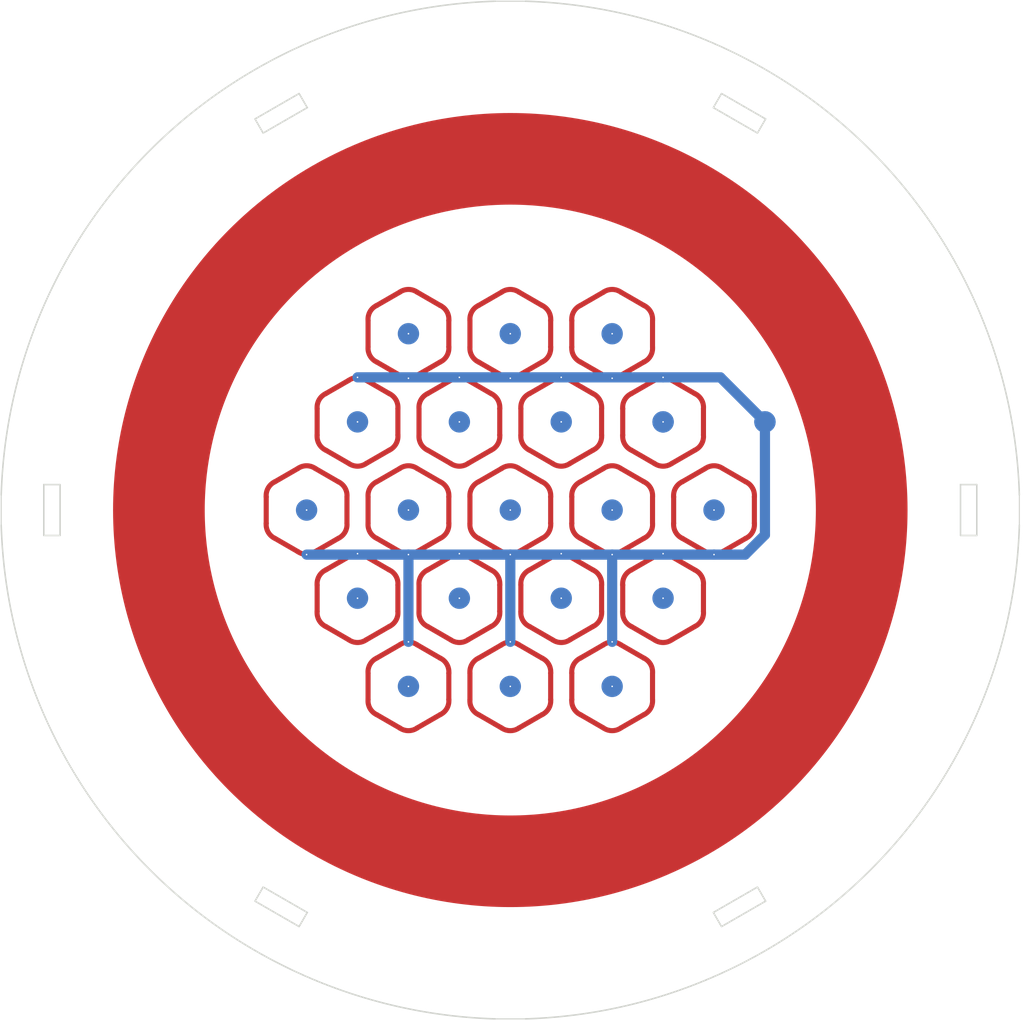
<source format=kicad_pcb>
(kicad_pcb (version 20221018) (generator pcbnew)
  (layers (0 "F.Cu" signal) (31 "B.Cu" signal) (34 "B.Paste" user) (35 "F.Paste" user) (36 "B.SilkS" user "B.Silkscreen") (37 "F.SilkS" user "F.Silkscreen") (38 "B.Mask" user) (39 "F.Mask" user) (44 "Edge.Cuts" user))
  (net 0 "")
  (footprint "1.Hex:Hex.Tile.Solid.G.Dot" (layer "F.Cu") (at 73.6431 73.8023 90)
    (fp_text reference "REF**" hide)
    (fp_text value "Hex.Tile.Solid.G.Dot" hide)
    (fp_line (start -4.086498 -0.84916) (end -2.782286 -3.106746) (stroke (width 0.5)) (layer "F.Cu"))
    (fp_line (start -4.081664 0.856157) (end -2.778643 3.114431) (stroke (width 0.5)) (layer "F.Cu"))
    (fp_line (start -1.307855 -3.963591) (end 1.299378 -3.962903) (stroke (width 0.5)) (layer "F.Cu"))
    (fp_line (start -1.299378 3.962903) (end 1.307855 3.963591) (stroke (width 0.5)) (layer "F.Cu"))
    (fp_line (start 2.782286 3.106746) (end 4.086498 0.84916) (stroke (width 0.5)) (layer "F.Cu"))
    (fp_line (start 4.081664 -0.856157) (end 2.778643 -3.114431) (stroke (width 0.5)) (layer "F.Cu"))
    (fp_arc (start -4.081664 0.856157) (mid -4.349994 0.004252) (end -4.086498 -0.84916) (stroke (width 0.5)) (layer "F.Cu"))
    (fp_arc (start -2.782285 -3.106746) (mid -2.178679 -3.765078) (end -1.307855 -3.963591) (stroke (width 0.5)) (layer "F.Cu"))
    (fp_arc (start -1.299378 3.962902) (mid -2.171314 3.769331) (end -2.778643 3.114431) (stroke (width 0.5)) (layer "F.Cu"))
    (fp_arc (start 1.299378 -3.962902) (mid 2.171314 -3.769331) (end 2.778643 -3.114431) (stroke (width 0.5)) (layer "F.Cu"))
    (fp_arc (start 2.782285 3.106746) (mid 2.178679 3.765078) (end 1.307855 3.963591) (stroke (width 0.5)) (layer "F.Cu"))
    (fp_arc (start 4.081664 -0.856157) (mid 4.349994 -0.004252) (end 4.086498 0.84916) (stroke (width 0.5)) (layer "F.Cu"))
    (fp_circle (center 0 0) (end 1 0) (stroke (width 0.001)) (fill solid) (layer "F.Cu"))
  )
  (footprint "1.Hex:Hex.Tile.Solid.G.Dot" (layer "F.Cu") (at 83.6431 91.1223 90)
    (fp_text reference "REF**" hide)
    (fp_text value "Hex.Tile.Solid.G.Dot" hide)
    (fp_line (start -4.086498 -0.84916) (end -2.782286 -3.106746) (stroke (width 0.5)) (layer "F.Cu"))
    (fp_line (start -4.081664 0.856157) (end -2.778643 3.114431) (stroke (width 0.5)) (layer "F.Cu"))
    (fp_line (start -1.307855 -3.963591) (end 1.299378 -3.962903) (stroke (width 0.5)) (layer "F.Cu"))
    (fp_line (start -1.299378 3.962903) (end 1.307855 3.963591) (stroke (width 0.5)) (layer "F.Cu"))
    (fp_line (start 2.782286 3.106746) (end 4.086498 0.84916) (stroke (width 0.5)) (layer "F.Cu"))
    (fp_line (start 4.081664 -0.856157) (end 2.778643 -3.114431) (stroke (width 0.5)) (layer "F.Cu"))
    (fp_arc (start -4.081664 0.856157) (mid -4.349994 0.004252) (end -4.086498 -0.84916) (stroke (width 0.5)) (layer "F.Cu"))
    (fp_arc (start -2.782285 -3.106746) (mid -2.178679 -3.765078) (end -1.307855 -3.963591) (stroke (width 0.5)) (layer "F.Cu"))
    (fp_arc (start -1.299378 3.962902) (mid -2.171314 3.769331) (end -2.778643 3.114431) (stroke (width 0.5)) (layer "F.Cu"))
    (fp_arc (start 1.299378 -3.962902) (mid 2.171314 -3.769331) (end 2.778643 -3.114431) (stroke (width 0.5)) (layer "F.Cu"))
    (fp_arc (start 2.782285 3.106746) (mid 2.178679 3.765078) (end 1.307855 3.963591) (stroke (width 0.5)) (layer "F.Cu"))
    (fp_arc (start 4.081664 -0.856157) (mid 4.349994 -0.004252) (end 4.086498 0.84916) (stroke (width 0.5)) (layer "F.Cu"))
    (fp_circle (center 0 0) (end 1 0) (stroke (width 0.001)) (fill solid) (layer "F.Cu"))
  )
  (footprint "1.Hex:Hex.Tile.Solid.G.Dot" (layer "F.Cu") (at 83.6431 73.8023 90)
    (fp_text reference "REF**" hide)
    (fp_text value "Hex.Tile.Solid.G.Dot" hide)
    (fp_line (start -4.086498 -0.84916) (end -2.782286 -3.106746) (stroke (width 0.5)) (layer "F.Cu"))
    (fp_line (start -4.081664 0.856157) (end -2.778643 3.114431) (stroke (width 0.5)) (layer "F.Cu"))
    (fp_line (start -1.307855 -3.963591) (end 1.299378 -3.962903) (stroke (width 0.5)) (layer "F.Cu"))
    (fp_line (start -1.299378 3.962903) (end 1.307855 3.963591) (stroke (width 0.5)) (layer "F.Cu"))
    (fp_line (start 2.782286 3.106746) (end 4.086498 0.84916) (stroke (width 0.5)) (layer "F.Cu"))
    (fp_line (start 4.081664 -0.856157) (end 2.778643 -3.114431) (stroke (width 0.5)) (layer "F.Cu"))
    (fp_arc (start -4.081664 0.856157) (mid -4.349994 0.004252) (end -4.086498 -0.84916) (stroke (width 0.5)) (layer "F.Cu"))
    (fp_arc (start -2.782285 -3.106746) (mid -2.178679 -3.765078) (end -1.307855 -3.963591) (stroke (width 0.5)) (layer "F.Cu"))
    (fp_arc (start -1.299378 3.962902) (mid -2.171314 3.769331) (end -2.778643 3.114431) (stroke (width 0.5)) (layer "F.Cu"))
    (fp_arc (start 1.299378 -3.962902) (mid 2.171314 -3.769331) (end 2.778643 -3.114431) (stroke (width 0.5)) (layer "F.Cu"))
    (fp_arc (start 2.782285 3.106746) (mid 2.178679 3.765078) (end 1.307855 3.963591) (stroke (width 0.5)) (layer "F.Cu"))
    (fp_arc (start 4.081664 -0.856157) (mid 4.349994 -0.004252) (end 4.086498 0.84916) (stroke (width 0.5)) (layer "F.Cu"))
    (fp_circle (center 0 0) (end 1 0) (stroke (width 0.001)) (fill solid) (layer "F.Cu"))
  )
  (footprint "1.Hex:Hex.Tile.Solid.G.Dot" (layer "F.Cu") (at 88.6431 82.4623 90)
    (fp_text reference "REF**" hide)
    (fp_text value "Hex.Tile.Solid.G.Dot" hide)
    (fp_line (start -4.086498 -0.84916) (end -2.782286 -3.106746) (stroke (width 0.5)) (layer "F.Cu"))
    (fp_line (start -4.081664 0.856157) (end -2.778643 3.114431) (stroke (width 0.5)) (layer "F.Cu"))
    (fp_line (start -1.307855 -3.963591) (end 1.299378 -3.962903) (stroke (width 0.5)) (layer "F.Cu"))
    (fp_line (start -1.299378 3.962903) (end 1.307855 3.963591) (stroke (width 0.5)) (layer "F.Cu"))
    (fp_line (start 2.782286 3.106746) (end 4.086498 0.84916) (stroke (width 0.5)) (layer "F.Cu"))
    (fp_line (start 4.081664 -0.856157) (end 2.778643 -3.114431) (stroke (width 0.5)) (layer "F.Cu"))
    (fp_arc (start -4.081664 0.856157) (mid -4.349994 0.004252) (end -4.086498 -0.84916) (stroke (width 0.5)) (layer "F.Cu"))
    (fp_arc (start -2.782285 -3.106746) (mid -2.178679 -3.765078) (end -1.307855 -3.963591) (stroke (width 0.5)) (layer "F.Cu"))
    (fp_arc (start -1.299378 3.962902) (mid -2.171314 3.769331) (end -2.778643 3.114431) (stroke (width 0.5)) (layer "F.Cu"))
    (fp_arc (start 1.299378 -3.962902) (mid 2.171314 -3.769331) (end 2.778643 -3.114431) (stroke (width 0.5)) (layer "F.Cu"))
    (fp_arc (start 2.782285 3.106746) (mid 2.178679 3.765078) (end 1.307855 3.963591) (stroke (width 0.5)) (layer "F.Cu"))
    (fp_arc (start 4.081664 -0.856157) (mid 4.349994 -0.004252) (end 4.086498 0.84916) (stroke (width 0.5)) (layer "F.Cu"))
    (fp_circle (center 0 0) (end 1 0) (stroke (width 0.001)) (fill solid) (layer "F.Cu"))
  )
  (footprint "1.Hex:Hex.Tile.Solid.G.Dot" (layer "F.Cu") (at 68.6431 65.1423 90)
    (fp_text reference "REF**" hide)
    (fp_text value "Hex.Tile.Solid.G.Dot" hide)
    (fp_line (start -4.086498 -0.84916) (end -2.782286 -3.106746) (stroke (width 0.5)) (layer "F.Cu"))
    (fp_line (start -4.081664 0.856157) (end -2.778643 3.114431) (stroke (width 0.5)) (layer "F.Cu"))
    (fp_line (start -1.307855 -3.963591) (end 1.299378 -3.962903) (stroke (width 0.5)) (layer "F.Cu"))
    (fp_line (start -1.299378 3.962903) (end 1.307855 3.963591) (stroke (width 0.5)) (layer "F.Cu"))
    (fp_line (start 2.782286 3.106746) (end 4.086498 0.84916) (stroke (width 0.5)) (layer "F.Cu"))
    (fp_line (start 4.081664 -0.856157) (end 2.778643 -3.114431) (stroke (width 0.5)) (layer "F.Cu"))
    (fp_arc (start -4.081664 0.856157) (mid -4.349994 0.004252) (end -4.086498 -0.84916) (stroke (width 0.5)) (layer "F.Cu"))
    (fp_arc (start -2.782285 -3.106746) (mid -2.178679 -3.765078) (end -1.307855 -3.963591) (stroke (width 0.5)) (layer "F.Cu"))
    (fp_arc (start -1.299378 3.962902) (mid -2.171314 3.769331) (end -2.778643 3.114431) (stroke (width 0.5)) (layer "F.Cu"))
    (fp_arc (start 1.299378 -3.962902) (mid 2.171314 -3.769331) (end 2.778643 -3.114431) (stroke (width 0.5)) (layer "F.Cu"))
    (fp_arc (start 2.782285 3.106746) (mid 2.178679 3.765078) (end 1.307855 3.963591) (stroke (width 0.5)) (layer "F.Cu"))
    (fp_arc (start 4.081664 -0.856157) (mid 4.349994 -0.004252) (end 4.086498 0.84916) (stroke (width 0.5)) (layer "F.Cu"))
    (fp_circle (center 0 0) (end 1 0) (stroke (width 0.001)) (fill solid) (layer "F.Cu"))
  )
  (footprint "1.Hex:Hex.Tile.Solid.G.Dot" (layer "F.Cu") (at 58.6431 65.1423 90)
    (fp_text reference "REF**" hide)
    (fp_text value "Hex.Tile.Solid.G.Dot" hide)
    (fp_line (start -4.086498 -0.84916) (end -2.782286 -3.106746) (stroke (width 0.5)) (layer "F.Cu"))
    (fp_line (start -4.081664 0.856157) (end -2.778643 3.114431) (stroke (width 0.5)) (layer "F.Cu"))
    (fp_line (start -1.307855 -3.963591) (end 1.299378 -3.962903) (stroke (width 0.5)) (layer "F.Cu"))
    (fp_line (start -1.299378 3.962903) (end 1.307855 3.963591) (stroke (width 0.5)) (layer "F.Cu"))
    (fp_line (start 2.782286 3.106746) (end 4.086498 0.84916) (stroke (width 0.5)) (layer "F.Cu"))
    (fp_line (start 4.081664 -0.856157) (end 2.778643 -3.114431) (stroke (width 0.5)) (layer "F.Cu"))
    (fp_arc (start -4.081664 0.856157) (mid -4.349994 0.004252) (end -4.086498 -0.84916) (stroke (width 0.5)) (layer "F.Cu"))
    (fp_arc (start -2.782285 -3.106746) (mid -2.178679 -3.765078) (end -1.307855 -3.963591) (stroke (width 0.5)) (layer "F.Cu"))
    (fp_arc (start -1.299378 3.962902) (mid -2.171314 3.769331) (end -2.778643 3.114431) (stroke (width 0.5)) (layer "F.Cu"))
    (fp_arc (start 1.299378 -3.962902) (mid 2.171314 -3.769331) (end 2.778643 -3.114431) (stroke (width 0.5)) (layer "F.Cu"))
    (fp_arc (start 2.782285 3.106746) (mid 2.178679 3.765078) (end 1.307855 3.963591) (stroke (width 0.5)) (layer "F.Cu"))
    (fp_arc (start 4.081664 -0.856157) (mid 4.349994 -0.004252) (end 4.086498 0.84916) (stroke (width 0.5)) (layer "F.Cu"))
    (fp_circle (center 0 0) (end 1 0) (stroke (width 0.001)) (fill solid) (layer "F.Cu"))
  )
  (footprint "1.Hex:Hex.Tile.Solid.G.Dot" (layer "F.Cu") (at 73.6431 56.4823 90)
    (fp_text reference "REF**" hide)
    (fp_text value "Hex.Tile.Solid.G.Dot" hide)
    (fp_line (start -4.086498 -0.84916) (end -2.782286 -3.106746) (stroke (width 0.5)) (layer "F.Cu"))
    (fp_line (start -4.081664 0.856157) (end -2.778643 3.114431) (stroke (width 0.5)) (layer "F.Cu"))
    (fp_line (start -1.307855 -3.963591) (end 1.299378 -3.962903) (stroke (width 0.5)) (layer "F.Cu"))
    (fp_line (start -1.299378 3.962903) (end 1.307855 3.963591) (stroke (width 0.5)) (layer "F.Cu"))
    (fp_line (start 2.782286 3.106746) (end 4.086498 0.84916) (stroke (width 0.5)) (layer "F.Cu"))
    (fp_line (start 4.081664 -0.856157) (end 2.778643 -3.114431) (stroke (width 0.5)) (layer "F.Cu"))
    (fp_arc (start -4.081664 0.856157) (mid -4.349994 0.004252) (end -4.086498 -0.84916) (stroke (width 0.5)) (layer "F.Cu"))
    (fp_arc (start -2.782285 -3.106746) (mid -2.178679 -3.765078) (end -1.307855 -3.963591) (stroke (width 0.5)) (layer "F.Cu"))
    (fp_arc (start -1.299378 3.962902) (mid -2.171314 3.769331) (end -2.778643 3.114431) (stroke (width 0.5)) (layer "F.Cu"))
    (fp_arc (start 1.299378 -3.962902) (mid 2.171314 -3.769331) (end 2.778643 -3.114431) (stroke (width 0.5)) (layer "F.Cu"))
    (fp_arc (start 2.782285 3.106746) (mid 2.178679 3.765078) (end 1.307855 3.963591) (stroke (width 0.5)) (layer "F.Cu"))
    (fp_arc (start 4.081664 -0.856157) (mid 4.349994 -0.004252) (end 4.086498 0.84916) (stroke (width 0.5)) (layer "F.Cu"))
    (fp_circle (center 0 0) (end 1 0) (stroke (width 0.001)) (fill solid) (layer "F.Cu"))
  )
  (footprint "1.Hex:Hex.Tile.Solid.G.Dot" (layer "F.Cu") (at 73.6431 91.1223 90)
    (fp_text reference "REF**" hide)
    (fp_text value "Hex.Tile.Solid.G.Dot" hide)
    (fp_line (start -4.086498 -0.84916) (end -2.782286 -3.106746) (stroke (width 0.5)) (layer "F.Cu"))
    (fp_line (start -4.081664 0.856157) (end -2.778643 3.114431) (stroke (width 0.5)) (layer "F.Cu"))
    (fp_line (start -1.307855 -3.963591) (end 1.299378 -3.962903) (stroke (width 0.5)) (layer "F.Cu"))
    (fp_line (start -1.299378 3.962903) (end 1.307855 3.963591) (stroke (width 0.5)) (layer "F.Cu"))
    (fp_line (start 2.782286 3.106746) (end 4.086498 0.84916) (stroke (width 0.5)) (layer "F.Cu"))
    (fp_line (start 4.081664 -0.856157) (end 2.778643 -3.114431) (stroke (width 0.5)) (layer "F.Cu"))
    (fp_arc (start -4.081664 0.856157) (mid -4.349994 0.004252) (end -4.086498 -0.84916) (stroke (width 0.5)) (layer "F.Cu"))
    (fp_arc (start -2.782285 -3.106746) (mid -2.178679 -3.765078) (end -1.307855 -3.963591) (stroke (width 0.5)) (layer "F.Cu"))
    (fp_arc (start -1.299378 3.962902) (mid -2.171314 3.769331) (end -2.778643 3.114431) (stroke (width 0.5)) (layer "F.Cu"))
    (fp_arc (start 1.299378 -3.962902) (mid 2.171314 -3.769331) (end 2.778643 -3.114431) (stroke (width 0.5)) (layer "F.Cu"))
    (fp_arc (start 2.782285 3.106746) (mid 2.178679 3.765078) (end 1.307855 3.963591) (stroke (width 0.5)) (layer "F.Cu"))
    (fp_arc (start 4.081664 -0.856157) (mid 4.349994 -0.004252) (end 4.086498 0.84916) (stroke (width 0.5)) (layer "F.Cu"))
    (fp_circle (center 0 0) (end 1 0) (stroke (width 0.001)) (fill solid) (layer "F.Cu"))
  )
  (footprint "1.Hex:Hex.Tile.Solid.G.Dot" (layer "F.Cu") (at 58.6431 82.4623 90)
    (fp_text reference "REF**" hide)
    (fp_text value "Hex.Tile.Solid.G.Dot" hide)
    (fp_line (start -4.086498 -0.84916) (end -2.782286 -3.106746) (stroke (width 0.5)) (layer "F.Cu"))
    (fp_line (start -4.081664 0.856157) (end -2.778643 3.114431) (stroke (width 0.5)) (layer "F.Cu"))
    (fp_line (start -1.307855 -3.963591) (end 1.299378 -3.962903) (stroke (width 0.5)) (layer "F.Cu"))
    (fp_line (start -1.299378 3.962903) (end 1.307855 3.963591) (stroke (width 0.5)) (layer "F.Cu"))
    (fp_line (start 2.782286 3.106746) (end 4.086498 0.84916) (stroke (width 0.5)) (layer "F.Cu"))
    (fp_line (start 4.081664 -0.856157) (end 2.778643 -3.114431) (stroke (width 0.5)) (layer "F.Cu"))
    (fp_arc (start -4.081664 0.856157) (mid -4.349994 0.004252) (end -4.086498 -0.84916) (stroke (width 0.5)) (layer "F.Cu"))
    (fp_arc (start -2.782285 -3.106746) (mid -2.178679 -3.765078) (end -1.307855 -3.963591) (stroke (width 0.5)) (layer "F.Cu"))
    (fp_arc (start -1.299378 3.962902) (mid -2.171314 3.769331) (end -2.778643 3.114431) (stroke (width 0.5)) (layer "F.Cu"))
    (fp_arc (start 1.299378 -3.962902) (mid 2.171314 -3.769331) (end 2.778643 -3.114431) (stroke (width 0.5)) (layer "F.Cu"))
    (fp_arc (start 2.782285 3.106746) (mid 2.178679 3.765078) (end 1.307855 3.963591) (stroke (width 0.5)) (layer "F.Cu"))
    (fp_arc (start 4.081664 -0.856157) (mid 4.349994 -0.004252) (end 4.086498 0.84916) (stroke (width 0.5)) (layer "F.Cu"))
    (fp_circle (center 0 0) (end 1 0) (stroke (width 0.001)) (fill solid) (layer "F.Cu"))
  )
  (footprint "1.Hex:Hex.Tile.Solid.G.Dot" (layer "F.Cu") (at 83.6431 56.4823 90)
    (fp_text reference "REF**" hide)
    (fp_text value "Hex.Tile.Solid.G.Dot" hide)
    (fp_line (start -4.086498 -0.84916) (end -2.782286 -3.106746) (stroke (width 0.5)) (layer "F.Cu"))
    (fp_line (start -4.081664 0.856157) (end -2.778643 3.114431) (stroke (width 0.5)) (layer "F.Cu"))
    (fp_line (start -1.307855 -3.963591) (end 1.299378 -3.962903) (stroke (width 0.5)) (layer "F.Cu"))
    (fp_line (start -1.299378 3.962903) (end 1.307855 3.963591) (stroke (width 0.5)) (layer "F.Cu"))
    (fp_line (start 2.782286 3.106746) (end 4.086498 0.84916) (stroke (width 0.5)) (layer "F.Cu"))
    (fp_line (start 4.081664 -0.856157) (end 2.778643 -3.114431) (stroke (width 0.5)) (layer "F.Cu"))
    (fp_arc (start -4.081664 0.856157) (mid -4.349994 0.004252) (end -4.086498 -0.84916) (stroke (width 0.5)) (layer "F.Cu"))
    (fp_arc (start -2.782285 -3.106746) (mid -2.178679 -3.765078) (end -1.307855 -3.963591) (stroke (width 0.5)) (layer "F.Cu"))
    (fp_arc (start -1.299378 3.962902) (mid -2.171314 3.769331) (end -2.778643 3.114431) (stroke (width 0.5)) (layer "F.Cu"))
    (fp_arc (start 1.299378 -3.962902) (mid 2.171314 -3.769331) (end 2.778643 -3.114431) (stroke (width 0.5)) (layer "F.Cu"))
    (fp_arc (start 2.782285 3.106746) (mid 2.178679 3.765078) (end 1.307855 3.963591) (stroke (width 0.5)) (layer "F.Cu"))
    (fp_arc (start 4.081664 -0.856157) (mid 4.349994 -0.004252) (end 4.086498 0.84916) (stroke (width 0.5)) (layer "F.Cu"))
    (fp_circle (center 0 0) (end 1 0) (stroke (width 0.001)) (fill solid) (layer "F.Cu"))
  )
  (footprint "1.Hex:Hex.Tile.Solid.G.Dot" (layer "F.Cu") (at 68.6431 82.4623 90)
    (fp_text reference "REF**" hide)
    (fp_text value "Hex.Tile.Solid.G.Dot" hide)
    (fp_line (start -4.086498 -0.84916) (end -2.782286 -3.106746) (stroke (width 0.5)) (layer "F.Cu"))
    (fp_line (start -4.081664 0.856157) (end -2.778643 3.114431) (stroke (width 0.5)) (layer "F.Cu"))
    (fp_line (start -1.307855 -3.963591) (end 1.299378 -3.962903) (stroke (width 0.5)) (layer "F.Cu"))
    (fp_line (start -1.299378 3.962903) (end 1.307855 3.963591) (stroke (width 0.5)) (layer "F.Cu"))
    (fp_line (start 2.782286 3.106746) (end 4.086498 0.84916) (stroke (width 0.5)) (layer "F.Cu"))
    (fp_line (start 4.081664 -0.856157) (end 2.778643 -3.114431) (stroke (width 0.5)) (layer "F.Cu"))
    (fp_arc (start -4.081664 0.856157) (mid -4.349994 0.004252) (end -4.086498 -0.84916) (stroke (width 0.5)) (layer "F.Cu"))
    (fp_arc (start -2.782285 -3.106746) (mid -2.178679 -3.765078) (end -1.307855 -3.963591) (stroke (width 0.5)) (layer "F.Cu"))
    (fp_arc (start -1.299378 3.962902) (mid -2.171314 3.769331) (end -2.778643 3.114431) (stroke (width 0.5)) (layer "F.Cu"))
    (fp_arc (start 1.299378 -3.962902) (mid 2.171314 -3.769331) (end 2.778643 -3.114431) (stroke (width 0.5)) (layer "F.Cu"))
    (fp_arc (start 2.782285 3.106746) (mid 2.178679 3.765078) (end 1.307855 3.963591) (stroke (width 0.5)) (layer "F.Cu"))
    (fp_arc (start 4.081664 -0.856157) (mid 4.349994 -0.004252) (end 4.086498 0.84916) (stroke (width 0.5)) (layer "F.Cu"))
    (fp_circle (center 0 0) (end 1 0) (stroke (width 0.001)) (fill solid) (layer "F.Cu"))
  )
  (footprint "1.Hex:Hex.Tile.Solid.G.Dot" (layer "F.Cu") (at 63.6431 73.8023 90)
    (fp_text reference "REF**" hide)
    (fp_text value "Hex.Tile.Solid.G.Dot" hide)
    (fp_line (start -4.086498 -0.84916) (end -2.782286 -3.106746) (stroke (width 0.5)) (layer "F.Cu"))
    (fp_line (start -4.081664 0.856157) (end -2.778643 3.114431) (stroke (width 0.5)) (layer "F.Cu"))
    (fp_line (start -1.307855 -3.963591) (end 1.299378 -3.962903) (stroke (width 0.5)) (layer "F.Cu"))
    (fp_line (start -1.299378 3.962903) (end 1.307855 3.963591) (stroke (width 0.5)) (layer "F.Cu"))
    (fp_line (start 2.782286 3.106746) (end 4.086498 0.84916) (stroke (width 0.5)) (layer "F.Cu"))
    (fp_line (start 4.081664 -0.856157) (end 2.778643 -3.114431) (stroke (width 0.5)) (layer "F.Cu"))
    (fp_arc (start -4.081664 0.856157) (mid -4.349994 0.004252) (end -4.086498 -0.84916) (stroke (width 0.5)) (layer "F.Cu"))
    (fp_arc (start -2.782285 -3.106746) (mid -2.178679 -3.765078) (end -1.307855 -3.963591) (stroke (width 0.5)) (layer "F.Cu"))
    (fp_arc (start -1.299378 3.962902) (mid -2.171314 3.769331) (end -2.778643 3.114431) (stroke (width 0.5)) (layer "F.Cu"))
    (fp_arc (start 1.299378 -3.962902) (mid 2.171314 -3.769331) (end 2.778643 -3.114431) (stroke (width 0.5)) (layer "F.Cu"))
    (fp_arc (start 2.782285 3.106746) (mid 2.178679 3.765078) (end 1.307855 3.963591) (stroke (width 0.5)) (layer "F.Cu"))
    (fp_arc (start 4.081664 -0.856157) (mid 4.349994 -0.004252) (end 4.086498 0.84916) (stroke (width 0.5)) (layer "F.Cu"))
    (fp_circle (center 0 0) (end 1 0) (stroke (width 0.001)) (fill solid) (layer "F.Cu"))
  )
  (footprint "1.Hex:Hex.Tile.Solid.G.Dot" (layer "F.Cu") (at 78.6431 65.1423 90)
    (fp_text reference "REF**" hide)
    (fp_text value "Hex.Tile.Solid.G.Dot" hide)
    (fp_line (start -4.086498 -0.84916) (end -2.782286 -3.106746) (stroke (width 0.5)) (layer "F.Cu"))
    (fp_line (start -4.081664 0.856157) (end -2.778643 3.114431) (stroke (width 0.5)) (layer "F.Cu"))
    (fp_line (start -1.307855 -3.963591) (end 1.299378 -3.962903) (stroke (width 0.5)) (layer "F.Cu"))
    (fp_line (start -1.299378 3.962903) (end 1.307855 3.963591) (stroke (width 0.5)) (layer "F.Cu"))
    (fp_line (start 2.782286 3.106746) (end 4.086498 0.84916) (stroke (width 0.5)) (layer "F.Cu"))
    (fp_line (start 4.081664 -0.856157) (end 2.778643 -3.114431) (stroke (width 0.5)) (layer "F.Cu"))
    (fp_arc (start -4.081664 0.856157) (mid -4.349994 0.004252) (end -4.086498 -0.84916) (stroke (width 0.5)) (layer "F.Cu"))
    (fp_arc (start -2.782285 -3.106746) (mid -2.178679 -3.765078) (end -1.307855 -3.963591) (stroke (width 0.5)) (layer "F.Cu"))
    (fp_arc (start -1.299378 3.962902) (mid -2.171314 3.769331) (end -2.778643 3.114431) (stroke (width 0.5)) (layer "F.Cu"))
    (fp_arc (start 1.299378 -3.962902) (mid 2.171314 -3.769331) (end 2.778643 -3.114431) (stroke (width 0.5)) (layer "F.Cu"))
    (fp_arc (start 2.782285 3.106746) (mid 2.178679 3.765078) (end 1.307855 3.963591) (stroke (width 0.5)) (layer "F.Cu"))
    (fp_arc (start 4.081664 -0.856157) (mid 4.349994 -0.004252) (end 4.086498 0.84916) (stroke (width 0.5)) (layer "F.Cu"))
    (fp_circle (center 0 0) (end 1 0) (stroke (width 0.001)) (fill solid) (layer "F.Cu"))
  )
  (footprint "1.Hex:Hex.Tile.Solid.G.Dot" (layer "F.Cu") (at 53.6431 73.8023 90)
    (fp_text reference "REF**" hide)
    (fp_text value "Hex.Tile.Solid.G.Dot" hide)
    (fp_line (start -4.086498 -0.84916) (end -2.782286 -3.106746) (stroke (width 0.5)) (layer "F.Cu"))
    (fp_line (start -4.081664 0.856157) (end -2.778643 3.114431) (stroke (width 0.5)) (layer "F.Cu"))
    (fp_line (start -1.307855 -3.963591) (end 1.299378 -3.962903) (stroke (width 0.5)) (layer "F.Cu"))
    (fp_line (start -1.299378 3.962903) (end 1.307855 3.963591) (stroke (width 0.5)) (layer "F.Cu"))
    (fp_line (start 2.782286 3.106746) (end 4.086498 0.84916) (stroke (width 0.5)) (layer "F.Cu"))
    (fp_line (start 4.081664 -0.856157) (end 2.778643 -3.114431) (stroke (width 0.5)) (layer "F.Cu"))
    (fp_arc (start -4.081664 0.856157) (mid -4.349994 0.004252) (end -4.086498 -0.84916) (stroke (width 0.5)) (layer "F.Cu"))
    (fp_arc (start -2.782285 -3.106746) (mid -2.178679 -3.765078) (end -1.307855 -3.963591) (stroke (width 0.5)) (layer "F.Cu"))
    (fp_arc (start -1.299378 3.962902) (mid -2.171314 3.769331) (end -2.778643 3.114431) (stroke (width 0.5)) (layer "F.Cu"))
    (fp_arc (start 1.299378 -3.962902) (mid 2.171314 -3.769331) (end 2.778643 -3.114431) (stroke (width 0.5)) (layer "F.Cu"))
    (fp_arc (start 2.782285 3.106746) (mid 2.178679 3.765078) (end 1.307855 3.963591) (stroke (width 0.5)) (layer "F.Cu"))
    (fp_arc (start 4.081664 -0.856157) (mid 4.349994 -0.004252) (end 4.086498 0.84916) (stroke (width 0.5)) (layer "F.Cu"))
    (fp_circle (center 0 0) (end 1 0) (stroke (width 0.001)) (fill solid) (layer "F.Cu"))
  )
  (footprint "1.Hex:Hex.Tile.Solid.G.Dot" (layer "F.Cu") (at 93.6431 73.8023 90)
    (fp_text reference "REF**" hide)
    (fp_text value "Hex.Tile.Solid.G.Dot" hide)
    (fp_line (start -4.086498 -0.84916) (end -2.782286 -3.106746) (stroke (width 0.5)) (layer "F.Cu"))
    (fp_line (start -4.081664 0.856157) (end -2.778643 3.114431) (stroke (width 0.5)) (layer "F.Cu"))
    (fp_line (start -1.307855 -3.963591) (end 1.299378 -3.962903) (stroke (width 0.5)) (layer "F.Cu"))
    (fp_line (start -1.299378 3.962903) (end 1.307855 3.963591) (stroke (width 0.5)) (layer "F.Cu"))
    (fp_line (start 2.782286 3.106746) (end 4.086498 0.84916) (stroke (width 0.5)) (layer "F.Cu"))
    (fp_line (start 4.081664 -0.856157) (end 2.778643 -3.114431) (stroke (width 0.5)) (layer "F.Cu"))
    (fp_arc (start -4.081664 0.856157) (mid -4.349994 0.004252) (end -4.086498 -0.84916) (stroke (width 0.5)) (layer "F.Cu"))
    (fp_arc (start -2.782285 -3.106746) (mid -2.178679 -3.765078) (end -1.307855 -3.963591) (stroke (width 0.5)) (layer "F.Cu"))
    (fp_arc (start -1.299378 3.962902) (mid -2.171314 3.769331) (end -2.778643 3.114431) (stroke (width 0.5)) (layer "F.Cu"))
    (fp_arc (start 1.299378 -3.962902) (mid 2.171314 -3.769331) (end 2.778643 -3.114431) (stroke (width 0.5)) (layer "F.Cu"))
    (fp_arc (start 2.782285 3.106746) (mid 2.178679 3.765078) (end 1.307855 3.963591) (stroke (width 0.5)) (layer "F.Cu"))
    (fp_arc (start 4.081664 -0.856157) (mid 4.349994 -0.004252) (end 4.086498 0.84916) (stroke (width 0.5)) (layer "F.Cu"))
    (fp_circle (center 0 0) (end 1 0) (stroke (width 0.001)) (fill solid) (layer "F.Cu"))
  )
  (footprint "1.Hex:Hex.Tile.Solid.G.Dot" (layer "F.Cu") (at 78.6431 82.4623 90)
    (fp_text reference "REF**" hide)
    (fp_text value "Hex.Tile.Solid.G.Dot" hide)
    (fp_line (start -4.086498 -0.84916) (end -2.782286 -3.106746) (stroke (width 0.5)) (layer "F.Cu"))
    (fp_line (start -4.081664 0.856157) (end -2.778643 3.114431) (stroke (width 0.5)) (layer "F.Cu"))
    (fp_line (start -1.307855 -3.963591) (end 1.299378 -3.962903) (stroke (width 0.5)) (layer "F.Cu"))
    (fp_line (start -1.299378 3.962903) (end 1.307855 3.963591) (stroke (width 0.5)) (layer "F.Cu"))
    (fp_line (start 2.782286 3.106746) (end 4.086498 0.84916) (stroke (width 0.5)) (layer "F.Cu"))
    (fp_line (start 4.081664 -0.856157) (end 2.778643 -3.114431) (stroke (width 0.5)) (layer "F.Cu"))
    (fp_arc (start -4.081664 0.856157) (mid -4.349994 0.004252) (end -4.086498 -0.84916) (stroke (width 0.5)) (layer "F.Cu"))
    (fp_arc (start -2.782285 -3.106746) (mid -2.178679 -3.765078) (end -1.307855 -3.963591) (stroke (width 0.5)) (layer "F.Cu"))
    (fp_arc (start -1.299378 3.962902) (mid -2.171314 3.769331) (end -2.778643 3.114431) (stroke (width 0.5)) (layer "F.Cu"))
    (fp_arc (start 1.299378 -3.962902) (mid 2.171314 -3.769331) (end 2.778643 -3.114431) (stroke (width 0.5)) (layer "F.Cu"))
    (fp_arc (start 2.782285 3.106746) (mid 2.178679 3.765078) (end 1.307855 3.963591) (stroke (width 0.5)) (layer "F.Cu"))
    (fp_arc (start 4.081664 -0.856157) (mid 4.349994 -0.004252) (end 4.086498 0.84916) (stroke (width 0.5)) (layer "F.Cu"))
    (fp_circle (center 0 0) (end 1 0) (stroke (width 0.001)) (fill solid) (layer "F.Cu"))
  )
  (footprint "1.Hex:Hex.Tile.Solid.G.Dot" (layer "F.Cu") (at 63.6431 91.1223 90)
    (fp_text reference "REF**" hide)
    (fp_text value "Hex.Tile.Solid.G.Dot" hide)
    (fp_line (start -4.086498 -0.84916) (end -2.782286 -3.106746) (stroke (width 0.5)) (layer "F.Cu"))
    (fp_line (start -4.081664 0.856157) (end -2.778643 3.114431) (stroke (width 0.5)) (layer "F.Cu"))
    (fp_line (start -1.307855 -3.963591) (end 1.299378 -3.962903) (stroke (width 0.5)) (layer "F.Cu"))
    (fp_line (start -1.299378 3.962903) (end 1.307855 3.963591) (stroke (width 0.5)) (layer "F.Cu"))
    (fp_line (start 2.782286 3.106746) (end 4.086498 0.84916) (stroke (width 0.5)) (layer "F.Cu"))
    (fp_line (start 4.081664 -0.856157) (end 2.778643 -3.114431) (stroke (width 0.5)) (layer "F.Cu"))
    (fp_arc (start -4.081664 0.856157) (mid -4.349994 0.004252) (end -4.086498 -0.84916) (stroke (width 0.5)) (layer "F.Cu"))
    (fp_arc (start -2.782285 -3.106746) (mid -2.178679 -3.765078) (end -1.307855 -3.963591) (stroke (width 0.5)) (layer "F.Cu"))
    (fp_arc (start -1.299378 3.962902) (mid -2.171314 3.769331) (end -2.778643 3.114431) (stroke (width 0.5)) (layer "F.Cu"))
    (fp_arc (start 1.299378 -3.962902) (mid 2.171314 -3.769331) (end 2.778643 -3.114431) (stroke (width 0.5)) (layer "F.Cu"))
    (fp_arc (start 2.782285 3.106746) (mid 2.178679 3.765078) (end 1.307855 3.963591) (stroke (width 0.5)) (layer "F.Cu"))
    (fp_arc (start 4.081664 -0.856157) (mid 4.349994 -0.004252) (end 4.086498 0.84916) (stroke (width 0.5)) (layer "F.Cu"))
    (fp_circle (center 0 0) (end 1 0) (stroke (width 0.001)) (fill solid) (layer "F.Cu"))
  )
  (footprint "1.Hex:Hex.Tile.Solid.G.Dot" (layer "F.Cu") (at 88.6431 65.1423 90)
    (fp_text reference "REF**" hide)
    (fp_text value "Hex.Tile.Solid.G.Dot" hide)
    (fp_line (start -4.086498 -0.84916) (end -2.782286 -3.106746) (stroke (width 0.5)) (layer "F.Cu"))
    (fp_line (start -4.081664 0.856157) (end -2.778643 3.114431) (stroke (width 0.5)) (layer "F.Cu"))
    (fp_line (start -1.307855 -3.963591) (end 1.299378 -3.962903) (stroke (width 0.5)) (layer "F.Cu"))
    (fp_line (start -1.299378 3.962903) (end 1.307855 3.963591) (stroke (width 0.5)) (layer "F.Cu"))
    (fp_line (start 2.782286 3.106746) (end 4.086498 0.84916) (stroke (width 0.5)) (layer "F.Cu"))
    (fp_line (start 4.081664 -0.856157) (end 2.778643 -3.114431) (stroke (width 0.5)) (layer "F.Cu"))
    (fp_arc (start -4.081664 0.856157) (mid -4.349994 0.004252) (end -4.086498 -0.84916) (stroke (width 0.5)) (layer "F.Cu"))
    (fp_arc (start -2.782285 -3.106746) (mid -2.178679 -3.765078) (end -1.307855 -3.963591) (stroke (width 0.5)) (layer "F.Cu"))
    (fp_arc (start -1.299378 3.962902) (mid -2.171314 3.769331) (end -2.778643 3.114431) (stroke (width 0.5)) (layer "F.Cu"))
    (fp_arc (start 1.299378 -3.962902) (mid 2.171314 -3.769331) (end 2.778643 -3.114431) (stroke (width 0.5)) (layer "F.Cu"))
    (fp_arc (start 2.782285 3.106746) (mid 2.178679 3.765078) (end 1.307855 3.963591) (stroke (width 0.5)) (layer "F.Cu"))
    (fp_arc (start 4.081664 -0.856157) (mid 4.349994 -0.004252) (end 4.086498 0.84916) (stroke (width 0.5)) (layer "F.Cu"))
    (fp_circle (center 0 0) (end 1 0) (stroke (width 0.001)) (fill solid) (layer "F.Cu"))
  )
  (footprint "1.Hex:Hex.Tile.Solid.G.Dot" (layer "F.Cu") (at 63.6431 56.4823 90)
    (fp_text reference "REF**" hide)
    (fp_text value "Hex.Tile.Solid.G.Dot" hide)
    (fp_line (start -4.086498 -0.84916) (end -2.782286 -3.106746) (stroke (width 0.5)) (layer "F.Cu"))
    (fp_line (start -4.081664 0.856157) (end -2.778643 3.114431) (stroke (width 0.5)) (layer "F.Cu"))
    (fp_line (start -1.307855 -3.963591) (end 1.299378 -3.962903) (stroke (width 0.5)) (layer "F.Cu"))
    (fp_line (start -1.299378 3.962903) (end 1.307855 3.963591) (stroke (width 0.5)) (layer "F.Cu"))
    (fp_line (start 2.782286 3.106746) (end 4.086498 0.84916) (stroke (width 0.5)) (layer "F.Cu"))
    (fp_line (start 4.081664 -0.856157) (end 2.778643 -3.114431) (stroke (width 0.5)) (layer "F.Cu"))
    (fp_arc (start -4.081664 0.856157) (mid -4.349994 0.004252) (end -4.086498 -0.84916) (stroke (width 0.5)) (layer "F.Cu"))
    (fp_arc (start -2.782285 -3.106746) (mid -2.178679 -3.765078) (end -1.307855 -3.963591) (stroke (width 0.5)) (layer "F.Cu"))
    (fp_arc (start -1.299378 3.962902) (mid -2.171314 3.769331) (end -2.778643 3.114431) (stroke (width 0.5)) (layer "F.Cu"))
    (fp_arc (start 1.299378 -3.962902) (mid 2.171314 -3.769331) (end 2.778643 -3.114431) (stroke (width 0.5)) (layer "F.Cu"))
    (fp_arc (start 2.782285 3.106746) (mid 2.178679 3.765078) (end 1.307855 3.963591) (stroke (width 0.5)) (layer "F.Cu"))
    (fp_arc (start 4.081664 -0.856157) (mid 4.349994 -0.004252) (end 4.086498 0.84916) (stroke (width 0.5)) (layer "F.Cu"))
    (fp_circle (center 0 0) (end 1 0) (stroke (width 0.001)) (fill solid) (layer "F.Cu"))
  )
  (gr_circle (center 73.6431 73.8023) (end 108.1431 73.8023) (stroke (width 9)) (fill none) (layer "F.Cu"))
  (gr_circle (center 98.6431 65.1423) (end 99.6431 65.1423) (stroke (width 0.1)) (fill solid) (layer "B.Cu"))
  (gr_circle (center 63.6431 73.8023) (end 64.6431 73.8023) (stroke (width 0.1)) (fill solid) (layer "B.Cu"))
  (gr_circle (center 98.6431 65.1423) (end 99.6431 65.1423) (stroke (width 0.1)) (fill solid) (layer "B.Cu"))
  (gr_circle (center 78.6431 65.1423) (end 79.6431 65.1423) (stroke (width 0.1)) (fill solid) (layer "B.Cu"))
  (gr_circle (center 63.6431 56.4823) (end 64.6431 56.4823) (stroke (width 0.1)) (fill solid) (layer "B.Cu"))
  (gr_circle (center 83.6431 56.4823) (end 84.6431 56.4823) (stroke (width 0.1)) (fill solid) (layer "B.Cu"))
  (gr_circle (center 73.6431 73.8023) (end 74.6431 73.8023) (stroke (width 0.1)) (fill solid) (layer "B.Cu"))
  (gr_circle (center 78.6431 82.4623) (end 79.6431 82.4623) (stroke (width 0.1)) (fill solid) (layer "B.Cu"))
  (gr_circle (center 88.6431 82.4623) (end 89.6431 82.4623) (stroke (width 0.1)) (fill solid) (layer "B.Cu"))
  (gr_circle (center 73.6431 91.1223) (end 74.6431 91.1223) (stroke (width 0.1)) (fill solid) (layer "B.Cu"))
  (gr_circle (center 83.6431 73.8023) (end 84.6431 73.8023) (stroke (width 0.1)) (fill solid) (layer "B.Cu"))
  (gr_circle (center 93.6431 73.8023) (end 94.6431 73.8023) (stroke (width 0.1)) (fill solid) (layer "B.Cu"))
  (gr_circle (center 58.6431 82.4623) (end 59.6431 82.4623) (stroke (width 0.1)) (fill solid) (layer "B.Cu"))
  (gr_circle (center 58.6431 65.1423) (end 59.6431 65.1423) (stroke (width 0.1)) (fill solid) (layer "B.Cu"))
  (gr_circle (center 73.639363 56.476037) (end 74.639363 56.476037) (stroke (width 0.1)) (fill solid) (layer "B.Cu"))
  (gr_circle (center 83.6431 91.1223) (end 84.6431 91.1223) (stroke (width 0.1)) (fill solid) (layer "B.Cu"))
  (gr_circle (center 63.6431 91.1223) (end 64.6431 91.1223) (stroke (width 0.1)) (fill solid) (layer "B.Cu"))
  (gr_circle (center 53.6431 73.8023) (end 54.6431 73.8023) (stroke (width 0.1)) (fill solid) (layer "B.Cu"))
  (gr_circle (center 88.6431 65.1423) (end 89.6431 65.1423) (stroke (width 0.1)) (fill solid) (layer "B.Cu"))
  (gr_circle (center 68.6431 82.4623) (end 69.6431 82.4623) (stroke (width 0.1)) (fill solid) (layer "B.Cu"))
  (gr_circle (center 88.6431 65.1423) (end 89.6431 65.1423) (stroke (width 0.1)) (fill solid) (layer "B.Cu"))
  (gr_circle (center 68.6431 65.1423) (end 69.6431 65.1423) (stroke (width 0.1)) (fill solid) (layer "B.Cu"))
  (gr_arc (start 75.143674 23.824526) (mid 108.998816 38.447139) (end 123.620514 72.302675) (stroke (width 0.15)) (layer "Edge.Cuts"))
  (gr_arc (start 123.620474 75.302674) (mid 108.997861 109.157816) (end 75.142325 123.779514) (stroke (width 0.15)) (layer "Edge.Cuts"))
  (gr_line (start 72.142326 123.779474) (end 75.142325 123.779514) (stroke (width 0.1)) (layer "Edge.Cuts"))
  (gr_poly (pts (xy 97.908064 110.830323) (xy 98.708064 112.215964) (xy 94.377937 114.715964) (xy 93.577937 113.330323)) (stroke (width 0.15)) (fill none) (layer "Edge.Cuts"))
  (gr_poly (pts (xy 53.708064 113.330323) (xy 52.908064 114.715964) (xy 48.577937 112.215964) (xy 49.377937 110.830323)) (stroke (width 0.15)) (fill none) (layer "Edge.Cuts"))
  (gr_arc (start 72.142326 123.779474) (mid 38.287184 109.156861) (end 23.665486 75.301325) (stroke (width 0.15)) (layer "Edge.Cuts"))
  (gr_arc (start 23.665526 72.301326) (mid 38.288139 38.446184) (end 72.143675 23.824486) (stroke (width 0.15)) (layer "Edge.Cuts"))
  (gr_poly (pts (xy 93.577936 34.273677) (xy 94.377936 32.888036) (xy 98.708063 35.388036) (xy 97.908063 36.773677)) (stroke (width 0.15)) (fill none) (layer "Edge.Cuts"))
  (gr_rect (start 117.843 71.302) (end 119.443 76.302) (stroke (width 0.15)) (fill none) (layer "Edge.Cuts"))
  (gr_poly (pts (xy 49.377936 36.773677) (xy 48.577936 35.388036) (xy 52.908063 32.888036) (xy 53.708063 34.273677)) (stroke (width 0.15)) (fill none) (layer "Edge.Cuts"))
  (gr_line (start 123.620514 72.302675) (end 123.620474 75.302674) (stroke (width 0.1)) (layer "Edge.Cuts"))
  (gr_line (start 75.143674 23.824526) (end 72.143675 23.824486) (stroke (width 0.1)) (layer "Edge.Cuts"))
  (gr_rect (start 27.843 71.302) (end 29.443 76.302) (stroke (width 0.15)) (fill none) (layer "Edge.Cuts"))
  (gr_line (start 23.665486 75.301325) (end 23.665526 72.301326) (stroke (width 0.1)) (layer "Edge.Cuts"))
  (via blind (at 78.6431 60.7673) (size 0.25) (drill 0.15) (layers "F.Cu" "B.Cu") (net 0))
  (via blind (at 58.6431 60.7673) (size 0.25) (drill 0.15) (layers "F.Cu" "B.Cu") (net 0))
  (via blind (at 68.6431 65.1423) (size 0.25) (drill 0.15) (layers "F.Cu" "B.Cu") (net 0))
  (via blind (at 63.6431 56.4823) (size 0.25) (drill 0.15) (layers "F.Cu" "B.Cu") (net 0))
  (via blind (at 63.6431 60.8573) (size 0.25) (drill 0.15) (layers "F.Cu" "B.Cu") (net 0))
  (via blind (at 88.6431 60.7673) (size 0.25) (drill 0.15) (layers "F.Cu" "B.Cu") (net 0))
  (via blind (at 58.6431 65.1423) (size 0.25) (drill 0.15) (layers "F.Cu" "B.Cu") (net 0))
  (via blind (at 83.6431 56.4823) (size 0.25) (drill 0.15) (layers "F.Cu" "B.Cu") (net 0))
  (via blind (at 83.6431 86.7473) (size 0.25) (drill 0.15) (layers "F.Cu" "B.Cu") (net 0))
  (via blind (at 53.6431 78.1773) (size 0.25) (drill 0.15) (layers "F.Cu" "B.Cu") (net 0))
  (via blind (at 88.6431 78.0873) (size 0.25) (drill 0.15) (layers "F.Cu" "B.Cu") (net 0))
  (via blind (at 63.6431 73.8023) (size 0.25) (drill 0.15) (layers "F.Cu" "B.Cu") (net 0))
  (via blind (at 53.6431 73.8023) (size 0.25) (drill 0.15) (layers "F.Cu" "B.Cu") (net 0))
  (via blind (at 73.6431 73.8023) (size 0.25) (drill 0.15) (layers "F.Cu" "B.Cu") (net 0))
  (via blind (at 73.6431 91.1223) (size 0.25) (drill 0.15) (layers "F.Cu" "B.Cu") (net 0))
  (via blind (at 68.6431 82.4623) (size 0.25) (drill 0.15) (layers "F.Cu" "B.Cu") (net 0))
  (via blind (at 88.6431 65.1423) (size 0.25) (drill 0.15) (layers "F.Cu" "B.Cu") (net 0))
  (via blind (at 83.6431 78.1773) (size 0.25) (drill 0.15) (layers "F.Cu" "B.Cu") (net 0))
  (via blind (at 93.6431 73.8023) (size 0.25) (drill 0.15) (layers "F.Cu" "B.Cu") (net 0))
  (via blind (at 58.6431 82.4623) (size 0.25) (drill 0.15) (layers "F.Cu" "B.Cu") (net 0))
  (via blind (at 73.6431 86.7473) (size 0.25) (drill 0.15) (layers "F.Cu" "B.Cu") (net 0))
  (via blind (at 83.6431 73.8023) (size 0.25) (drill 0.15) (layers "F.Cu" "B.Cu") (net 0))
  (via blind (at 73.6431 60.8573) (size 0.25) (drill 0.15) (layers "F.Cu" "B.Cu") (net 0))
  (via blind (at 88.6431 82.4623) (size 0.25) (drill 0.15) (layers "F.Cu" "B.Cu") (net 0))
  (via blind (at 78.6431 82.4623) (size 0.25) (drill 0.15) (layers "F.Cu" "B.Cu") (net 0))
  (via blind (at 93.6431 78.1773) (size 0.25) (drill 0.15) (layers "F.Cu" "B.Cu") (net 0))
  (via blind (at 68.6431 78.0873) (size 0.25) (drill 0.15) (layers "F.Cu" "B.Cu") (net 0))
  (via blind (at 63.6431 78.1773) (size 0.25) (drill 0.15) (layers "F.Cu" "B.Cu") (net 0))
  (via blind (at 73.6431 78.1773) (size 0.25) (drill 0.15) (layers "F.Cu" "B.Cu") (net 0))
  (via blind (at 68.6431 60.7673) (size 0.25) (drill 0.15) (layers "F.Cu" "B.Cu") (net 0))
  (via blind (at 78.6431 78.0873) (size 0.25) (drill 0.15) (layers "F.Cu" "B.Cu") (net 0))
  (via blind (at 63.6431 91.1223) (size 0.25) (drill 0.15) (layers "F.Cu" "B.Cu") (net 0))
  (via blind (at 58.6431 78.0873) (size 0.25) (drill 0.15) (layers "F.Cu" "B.Cu") (net 0))
  (via blind (at 63.6431 86.7473) (size 0.25) (drill 0.15) (layers "F.Cu" "B.Cu") (net 0))
  (via blind (at 78.6431 65.1423) (size 0.25) (drill 0.15) (layers "F.Cu" "B.Cu") (net 0))
  (via blind (at 73.6431 56.4823) (size 0.25) (drill 0.15) (layers "F.Cu" "B.Cu") (net 0))
  (via blind (at 83.6431 60.8573) (size 0.25) (drill 0.15) (layers "F.Cu" "B.Cu") (net 0))
  (via blind (at 83.6431 91.1223) (size 0.25) (drill 0.15) (layers "F.Cu" "B.Cu") (net 0))
  (segment (start 96.7031 78.1773) (end 93.6431 78.1773) (width 1) (layer "B.Cu") (net 0))
  (segment (start 94.2681 60.7673) (end 98.6431 65.1423) (width 1) (layer "B.Cu") (net 0))
  (segment (start 98.6431 76.2373) (end 96.7031 78.1773) (width 1) (layer "B.Cu") (net 0))
  (segment (start 58.6431 60.7673) (end 88.6431 60.7673) (width 1) (layer "B.Cu") (net 0))
  (segment (start 53.6431 78.1773) (end 93.6431 78.1773) (width 1) (layer "B.Cu") (net 0))
  (segment (start 83.6431 86.7473) (end 83.6431 78.1773) (width 1) (layer "B.Cu") (net 0))
  (segment (start 63.6431 86.7473) (end 63.6431 78.1773) (width 1) (layer "B.Cu") (net 0))
  (segment (start 73.6431 86.7473) (end 73.6431 78.1773) (width 1) (layer "B.Cu") (net 0))
  (segment (start 88.6431 60.7673) (end 94.2681 60.7673) (width 1) (layer "B.Cu") (net 0))
  (segment (start 98.6431 65.1423) (end 98.6431 76.2373) (width 1) (layer "B.Cu") (net 0))
)
</source>
